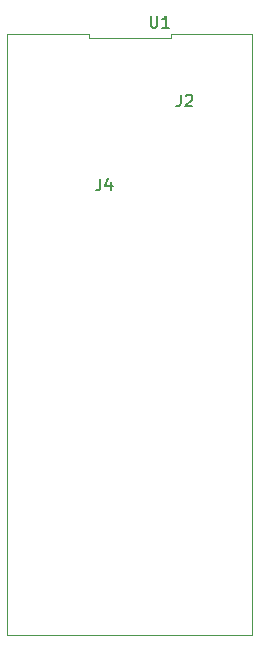
<source format=gbr>
%TF.GenerationSoftware,KiCad,Pcbnew,(6.0.2)*%
%TF.CreationDate,2023-01-31T14:35:55+03:00*%
%TF.ProjectId,Shield_Emergent,53686965-6c64-45f4-956d-657267656e74,rev?*%
%TF.SameCoordinates,Original*%
%TF.FileFunction,Legend,Top*%
%TF.FilePolarity,Positive*%
%FSLAX46Y46*%
G04 Gerber Fmt 4.6, Leading zero omitted, Abs format (unit mm)*
G04 Created by KiCad (PCBNEW (6.0.2)) date 2023-01-31 14:35:55*
%MOMM*%
%LPD*%
G01*
G04 APERTURE LIST*
%ADD10C,0.150000*%
%ADD11C,0.120000*%
G04 APERTURE END LIST*
D10*
%TO.C,U1*%
X39428095Y-25772380D02*
X39428095Y-26581904D01*
X39475714Y-26677142D01*
X39523333Y-26724761D01*
X39618571Y-26772380D01*
X39809047Y-26772380D01*
X39904285Y-26724761D01*
X39951904Y-26677142D01*
X39999523Y-26581904D01*
X39999523Y-25772380D01*
X40999523Y-26772380D02*
X40428095Y-26772380D01*
X40713809Y-26772380D02*
X40713809Y-25772380D01*
X40618571Y-25915238D01*
X40523333Y-26010476D01*
X40428095Y-26058095D01*
%TO.C,J4*%
X35166666Y-39552380D02*
X35166666Y-40266666D01*
X35119047Y-40409523D01*
X35023809Y-40504761D01*
X34880952Y-40552380D01*
X34785714Y-40552380D01*
X36071428Y-39885714D02*
X36071428Y-40552380D01*
X35833333Y-39504761D02*
X35595238Y-40219047D01*
X36214285Y-40219047D01*
%TO.C,J2*%
X41966666Y-32452380D02*
X41966666Y-33166666D01*
X41919047Y-33309523D01*
X41823809Y-33404761D01*
X41680952Y-33452380D01*
X41585714Y-33452380D01*
X42395238Y-32547619D02*
X42442857Y-32500000D01*
X42538095Y-32452380D01*
X42776190Y-32452380D01*
X42871428Y-32500000D01*
X42919047Y-32547619D01*
X42966666Y-32642857D01*
X42966666Y-32738095D01*
X42919047Y-32880952D01*
X42347619Y-33452380D01*
X42966666Y-33452380D01*
D11*
%TO.C,U1*%
X48039999Y-78180000D02*
X48040000Y-27320000D01*
X34186667Y-27680000D02*
X34186667Y-27320000D01*
X48040000Y-27320000D02*
X41113333Y-27320000D01*
X41113333Y-27680000D02*
X34186667Y-27680000D01*
X41113333Y-27320000D02*
X41113333Y-27680000D01*
X34186667Y-27320000D02*
X27260001Y-27320000D01*
X27260000Y-78180000D02*
X48039999Y-78180000D01*
X27260001Y-27320000D02*
X27260000Y-78180000D01*
%TD*%
M02*

</source>
